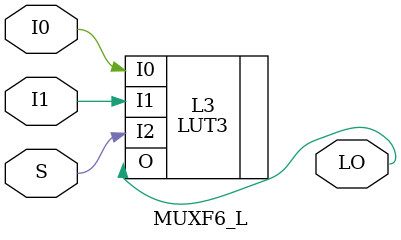
<source format=v>

`timescale  1 ps / 1 ps

module MUXF6_L (LO, I0, I1, S);

    output LO;

    input  I0, I1, S;

LUT3 #(.INIT(8'hca)) L3 (
		 .O (LO),
		 .I0 (I0),
		 .I1 (I1),
		 .I2 (S));

endmodule

</source>
